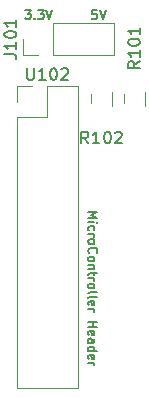
<source format=gbr>
G04 #@! TF.FileFunction,Legend,Top*
%FSLAX46Y46*%
G04 Gerber Fmt 4.6, Leading zero omitted, Abs format (unit mm)*
G04 Created by KiCad (PCBNEW 4.0.6-e0-6349~53~ubuntu14.04.1) date Sun Jun  4 18:24:11 2017*
%MOMM*%
%LPD*%
G01*
G04 APERTURE LIST*
%ADD10C,0.100000*%
%ADD11C,0.190500*%
%ADD12C,0.120000*%
%ADD13C,0.150000*%
%ADD14C,3.600000*%
%ADD15R,2.100000X2.100000*%
%ADD16O,2.100000X2.100000*%
%ADD17R,1.700000X1.900000*%
%ADD18C,2.101800*%
G04 APERTURE END LIST*
D10*
D11*
X145451286Y-85761285D02*
X146213286Y-85761285D01*
X145669000Y-86015285D01*
X146213286Y-86269285D01*
X145451286Y-86269285D01*
X145451286Y-86632142D02*
X145959286Y-86632142D01*
X146213286Y-86632142D02*
X146177000Y-86595856D01*
X146140714Y-86632142D01*
X146177000Y-86668427D01*
X146213286Y-86632142D01*
X146140714Y-86632142D01*
X145487571Y-87321570D02*
X145451286Y-87248999D01*
X145451286Y-87103856D01*
X145487571Y-87031284D01*
X145523857Y-86994999D01*
X145596429Y-86958713D01*
X145814143Y-86958713D01*
X145886714Y-86994999D01*
X145923000Y-87031284D01*
X145959286Y-87103856D01*
X145959286Y-87248999D01*
X145923000Y-87321570D01*
X145451286Y-87648142D02*
X145959286Y-87648142D01*
X145814143Y-87648142D02*
X145886714Y-87684427D01*
X145923000Y-87720713D01*
X145959286Y-87793284D01*
X145959286Y-87865856D01*
X145451286Y-88228713D02*
X145487571Y-88156141D01*
X145523857Y-88119856D01*
X145596429Y-88083570D01*
X145814143Y-88083570D01*
X145886714Y-88119856D01*
X145923000Y-88156141D01*
X145959286Y-88228713D01*
X145959286Y-88337570D01*
X145923000Y-88410141D01*
X145886714Y-88446427D01*
X145814143Y-88482713D01*
X145596429Y-88482713D01*
X145523857Y-88446427D01*
X145487571Y-88410141D01*
X145451286Y-88337570D01*
X145451286Y-88228713D01*
X145523857Y-89244713D02*
X145487571Y-89208427D01*
X145451286Y-89099570D01*
X145451286Y-89026999D01*
X145487571Y-88918142D01*
X145560143Y-88845570D01*
X145632714Y-88809285D01*
X145777857Y-88772999D01*
X145886714Y-88772999D01*
X146031857Y-88809285D01*
X146104429Y-88845570D01*
X146177000Y-88918142D01*
X146213286Y-89026999D01*
X146213286Y-89099570D01*
X146177000Y-89208427D01*
X146140714Y-89244713D01*
X145451286Y-89680142D02*
X145487571Y-89607570D01*
X145523857Y-89571285D01*
X145596429Y-89534999D01*
X145814143Y-89534999D01*
X145886714Y-89571285D01*
X145923000Y-89607570D01*
X145959286Y-89680142D01*
X145959286Y-89788999D01*
X145923000Y-89861570D01*
X145886714Y-89897856D01*
X145814143Y-89934142D01*
X145596429Y-89934142D01*
X145523857Y-89897856D01*
X145487571Y-89861570D01*
X145451286Y-89788999D01*
X145451286Y-89680142D01*
X145959286Y-90260714D02*
X145451286Y-90260714D01*
X145886714Y-90260714D02*
X145923000Y-90296999D01*
X145959286Y-90369571D01*
X145959286Y-90478428D01*
X145923000Y-90550999D01*
X145850429Y-90587285D01*
X145451286Y-90587285D01*
X145959286Y-90841285D02*
X145959286Y-91131571D01*
X146213286Y-90950143D02*
X145560143Y-90950143D01*
X145487571Y-90986428D01*
X145451286Y-91059000D01*
X145451286Y-91131571D01*
X145451286Y-91385572D02*
X145959286Y-91385572D01*
X145814143Y-91385572D02*
X145886714Y-91421857D01*
X145923000Y-91458143D01*
X145959286Y-91530714D01*
X145959286Y-91603286D01*
X145451286Y-91966143D02*
X145487571Y-91893571D01*
X145523857Y-91857286D01*
X145596429Y-91821000D01*
X145814143Y-91821000D01*
X145886714Y-91857286D01*
X145923000Y-91893571D01*
X145959286Y-91966143D01*
X145959286Y-92075000D01*
X145923000Y-92147571D01*
X145886714Y-92183857D01*
X145814143Y-92220143D01*
X145596429Y-92220143D01*
X145523857Y-92183857D01*
X145487571Y-92147571D01*
X145451286Y-92075000D01*
X145451286Y-91966143D01*
X145451286Y-92655572D02*
X145487571Y-92583000D01*
X145560143Y-92546715D01*
X146213286Y-92546715D01*
X145451286Y-93054715D02*
X145487571Y-92982143D01*
X145560143Y-92945858D01*
X146213286Y-92945858D01*
X145487571Y-93635286D02*
X145451286Y-93562715D01*
X145451286Y-93417572D01*
X145487571Y-93345001D01*
X145560143Y-93308715D01*
X145850429Y-93308715D01*
X145923000Y-93345001D01*
X145959286Y-93417572D01*
X145959286Y-93562715D01*
X145923000Y-93635286D01*
X145850429Y-93671572D01*
X145777857Y-93671572D01*
X145705286Y-93308715D01*
X145451286Y-93998144D02*
X145959286Y-93998144D01*
X145814143Y-93998144D02*
X145886714Y-94034429D01*
X145923000Y-94070715D01*
X145959286Y-94143286D01*
X145959286Y-94215858D01*
X145451286Y-95050429D02*
X146213286Y-95050429D01*
X145850429Y-95050429D02*
X145850429Y-95485857D01*
X145451286Y-95485857D02*
X146213286Y-95485857D01*
X145487571Y-96139000D02*
X145451286Y-96066429D01*
X145451286Y-95921286D01*
X145487571Y-95848715D01*
X145560143Y-95812429D01*
X145850429Y-95812429D01*
X145923000Y-95848715D01*
X145959286Y-95921286D01*
X145959286Y-96066429D01*
X145923000Y-96139000D01*
X145850429Y-96175286D01*
X145777857Y-96175286D01*
X145705286Y-95812429D01*
X145451286Y-96828429D02*
X145850429Y-96828429D01*
X145923000Y-96792143D01*
X145959286Y-96719572D01*
X145959286Y-96574429D01*
X145923000Y-96501858D01*
X145487571Y-96828429D02*
X145451286Y-96755858D01*
X145451286Y-96574429D01*
X145487571Y-96501858D01*
X145560143Y-96465572D01*
X145632714Y-96465572D01*
X145705286Y-96501858D01*
X145741571Y-96574429D01*
X145741571Y-96755858D01*
X145777857Y-96828429D01*
X145451286Y-97517858D02*
X146213286Y-97517858D01*
X145487571Y-97517858D02*
X145451286Y-97445287D01*
X145451286Y-97300144D01*
X145487571Y-97227572D01*
X145523857Y-97191287D01*
X145596429Y-97155001D01*
X145814143Y-97155001D01*
X145886714Y-97191287D01*
X145923000Y-97227572D01*
X145959286Y-97300144D01*
X145959286Y-97445287D01*
X145923000Y-97517858D01*
X145487571Y-98171001D02*
X145451286Y-98098430D01*
X145451286Y-97953287D01*
X145487571Y-97880716D01*
X145560143Y-97844430D01*
X145850429Y-97844430D01*
X145923000Y-97880716D01*
X145959286Y-97953287D01*
X145959286Y-98098430D01*
X145923000Y-98171001D01*
X145850429Y-98207287D01*
X145777857Y-98207287D01*
X145705286Y-97844430D01*
X145451286Y-98533859D02*
X145959286Y-98533859D01*
X145814143Y-98533859D02*
X145886714Y-98570144D01*
X145923000Y-98606430D01*
X145959286Y-98679001D01*
X145959286Y-98751573D01*
X140099143Y-68670714D02*
X140570857Y-68670714D01*
X140316857Y-68961000D01*
X140425715Y-68961000D01*
X140498286Y-68997286D01*
X140534572Y-69033571D01*
X140570857Y-69106143D01*
X140570857Y-69287571D01*
X140534572Y-69360143D01*
X140498286Y-69396429D01*
X140425715Y-69432714D01*
X140208000Y-69432714D01*
X140135429Y-69396429D01*
X140099143Y-69360143D01*
X140897429Y-69360143D02*
X140933714Y-69396429D01*
X140897429Y-69432714D01*
X140861143Y-69396429D01*
X140897429Y-69360143D01*
X140897429Y-69432714D01*
X141187714Y-68670714D02*
X141659428Y-68670714D01*
X141405428Y-68961000D01*
X141514286Y-68961000D01*
X141586857Y-68997286D01*
X141623143Y-69033571D01*
X141659428Y-69106143D01*
X141659428Y-69287571D01*
X141623143Y-69360143D01*
X141586857Y-69396429D01*
X141514286Y-69432714D01*
X141296571Y-69432714D01*
X141224000Y-69396429D01*
X141187714Y-69360143D01*
X141877142Y-68670714D02*
X142131142Y-69432714D01*
X142385142Y-68670714D01*
X146158858Y-68670714D02*
X145796001Y-68670714D01*
X145759715Y-69033571D01*
X145796001Y-68997286D01*
X145868572Y-68961000D01*
X146050001Y-68961000D01*
X146122572Y-68997286D01*
X146158858Y-69033571D01*
X146195143Y-69106143D01*
X146195143Y-69287571D01*
X146158858Y-69360143D01*
X146122572Y-69396429D01*
X146050001Y-69432714D01*
X145868572Y-69432714D01*
X145796001Y-69396429D01*
X145759715Y-69360143D01*
X146412857Y-68670714D02*
X146666857Y-69432714D01*
X146920857Y-68670714D01*
D12*
X142494000Y-72450000D02*
X147634000Y-72450000D01*
X147634000Y-72450000D02*
X147634000Y-69790000D01*
X147634000Y-69790000D02*
X142494000Y-69790000D01*
X142494000Y-69790000D02*
X142494000Y-72450000D01*
X141224000Y-72450000D02*
X139894000Y-72450000D01*
X139894000Y-72450000D02*
X139894000Y-71120000D01*
X150232000Y-75600000D02*
X150232000Y-76800000D01*
X148472000Y-76800000D02*
X148472000Y-75600000D01*
X145678000Y-76800000D02*
X145678000Y-75600000D01*
X147438000Y-75600000D02*
X147438000Y-76800000D01*
X139386000Y-77724000D02*
X139386000Y-100644000D01*
X139386000Y-100644000D02*
X144586000Y-100644000D01*
X144586000Y-100644000D02*
X144586000Y-75124000D01*
X144586000Y-75124000D02*
X141986000Y-75124000D01*
X141986000Y-75124000D02*
X141986000Y-77724000D01*
X141986000Y-77724000D02*
X139386000Y-77724000D01*
X139386000Y-76454000D02*
X139386000Y-75124000D01*
X139386000Y-75124000D02*
X140716000Y-75124000D01*
D13*
X138346381Y-72405714D02*
X139060667Y-72405714D01*
X139203524Y-72453334D01*
X139298762Y-72548572D01*
X139346381Y-72691429D01*
X139346381Y-72786667D01*
X139346381Y-71405714D02*
X139346381Y-71977143D01*
X139346381Y-71691429D02*
X138346381Y-71691429D01*
X138489238Y-71786667D01*
X138584476Y-71881905D01*
X138632095Y-71977143D01*
X138346381Y-70786667D02*
X138346381Y-70691428D01*
X138394000Y-70596190D01*
X138441619Y-70548571D01*
X138536857Y-70500952D01*
X138727333Y-70453333D01*
X138965429Y-70453333D01*
X139155905Y-70500952D01*
X139251143Y-70548571D01*
X139298762Y-70596190D01*
X139346381Y-70691428D01*
X139346381Y-70786667D01*
X139298762Y-70881905D01*
X139251143Y-70929524D01*
X139155905Y-70977143D01*
X138965429Y-71024762D01*
X138727333Y-71024762D01*
X138536857Y-70977143D01*
X138441619Y-70929524D01*
X138394000Y-70881905D01*
X138346381Y-70786667D01*
X139346381Y-69500952D02*
X139346381Y-70072381D01*
X139346381Y-69786667D02*
X138346381Y-69786667D01*
X138489238Y-69881905D01*
X138584476Y-69977143D01*
X138632095Y-70072381D01*
X149804381Y-73001047D02*
X149328190Y-73334381D01*
X149804381Y-73572476D02*
X148804381Y-73572476D01*
X148804381Y-73191523D01*
X148852000Y-73096285D01*
X148899619Y-73048666D01*
X148994857Y-73001047D01*
X149137714Y-73001047D01*
X149232952Y-73048666D01*
X149280571Y-73096285D01*
X149328190Y-73191523D01*
X149328190Y-73572476D01*
X149804381Y-72048666D02*
X149804381Y-72620095D01*
X149804381Y-72334381D02*
X148804381Y-72334381D01*
X148947238Y-72429619D01*
X149042476Y-72524857D01*
X149090095Y-72620095D01*
X148804381Y-71429619D02*
X148804381Y-71334380D01*
X148852000Y-71239142D01*
X148899619Y-71191523D01*
X148994857Y-71143904D01*
X149185333Y-71096285D01*
X149423429Y-71096285D01*
X149613905Y-71143904D01*
X149709143Y-71191523D01*
X149756762Y-71239142D01*
X149804381Y-71334380D01*
X149804381Y-71429619D01*
X149756762Y-71524857D01*
X149709143Y-71572476D01*
X149613905Y-71620095D01*
X149423429Y-71667714D01*
X149185333Y-71667714D01*
X148994857Y-71620095D01*
X148899619Y-71572476D01*
X148852000Y-71524857D01*
X148804381Y-71429619D01*
X149804381Y-70143904D02*
X149804381Y-70715333D01*
X149804381Y-70429619D02*
X148804381Y-70429619D01*
X148947238Y-70524857D01*
X149042476Y-70620095D01*
X149090095Y-70715333D01*
X145438953Y-79954381D02*
X145105619Y-79478190D01*
X144867524Y-79954381D02*
X144867524Y-78954381D01*
X145248477Y-78954381D01*
X145343715Y-79002000D01*
X145391334Y-79049619D01*
X145438953Y-79144857D01*
X145438953Y-79287714D01*
X145391334Y-79382952D01*
X145343715Y-79430571D01*
X145248477Y-79478190D01*
X144867524Y-79478190D01*
X146391334Y-79954381D02*
X145819905Y-79954381D01*
X146105619Y-79954381D02*
X146105619Y-78954381D01*
X146010381Y-79097238D01*
X145915143Y-79192476D01*
X145819905Y-79240095D01*
X147010381Y-78954381D02*
X147105620Y-78954381D01*
X147200858Y-79002000D01*
X147248477Y-79049619D01*
X147296096Y-79144857D01*
X147343715Y-79335333D01*
X147343715Y-79573429D01*
X147296096Y-79763905D01*
X147248477Y-79859143D01*
X147200858Y-79906762D01*
X147105620Y-79954381D01*
X147010381Y-79954381D01*
X146915143Y-79906762D01*
X146867524Y-79859143D01*
X146819905Y-79763905D01*
X146772286Y-79573429D01*
X146772286Y-79335333D01*
X146819905Y-79144857D01*
X146867524Y-79049619D01*
X146915143Y-79002000D01*
X147010381Y-78954381D01*
X147724667Y-79049619D02*
X147772286Y-79002000D01*
X147867524Y-78954381D01*
X148105620Y-78954381D01*
X148200858Y-79002000D01*
X148248477Y-79049619D01*
X148296096Y-79144857D01*
X148296096Y-79240095D01*
X148248477Y-79382952D01*
X147677048Y-79954381D01*
X148296096Y-79954381D01*
X140271714Y-73576381D02*
X140271714Y-74385905D01*
X140319333Y-74481143D01*
X140366952Y-74528762D01*
X140462190Y-74576381D01*
X140652667Y-74576381D01*
X140747905Y-74528762D01*
X140795524Y-74481143D01*
X140843143Y-74385905D01*
X140843143Y-73576381D01*
X141843143Y-74576381D02*
X141271714Y-74576381D01*
X141557428Y-74576381D02*
X141557428Y-73576381D01*
X141462190Y-73719238D01*
X141366952Y-73814476D01*
X141271714Y-73862095D01*
X142462190Y-73576381D02*
X142557429Y-73576381D01*
X142652667Y-73624000D01*
X142700286Y-73671619D01*
X142747905Y-73766857D01*
X142795524Y-73957333D01*
X142795524Y-74195429D01*
X142747905Y-74385905D01*
X142700286Y-74481143D01*
X142652667Y-74528762D01*
X142557429Y-74576381D01*
X142462190Y-74576381D01*
X142366952Y-74528762D01*
X142319333Y-74481143D01*
X142271714Y-74385905D01*
X142224095Y-74195429D01*
X142224095Y-73957333D01*
X142271714Y-73766857D01*
X142319333Y-73671619D01*
X142366952Y-73624000D01*
X142462190Y-73576381D01*
X143176476Y-73671619D02*
X143224095Y-73624000D01*
X143319333Y-73576381D01*
X143557429Y-73576381D01*
X143652667Y-73624000D01*
X143700286Y-73671619D01*
X143747905Y-73766857D01*
X143747905Y-73862095D01*
X143700286Y-74004952D01*
X143128857Y-74576381D01*
X143747905Y-74576381D01*
%LPC*%
D14*
X155702000Y-106680000D03*
X132588000Y-106680000D03*
X132588000Y-66040000D03*
D15*
X141224000Y-71120000D03*
D16*
X143764000Y-71120000D03*
X146304000Y-71120000D03*
D17*
X149352000Y-77550000D03*
X149352000Y-74850000D03*
X146558000Y-74850000D03*
X146558000Y-77550000D03*
D14*
X155702000Y-66040000D03*
D15*
X140716000Y-76454000D03*
D16*
X140716000Y-78994000D03*
X143256000Y-78994000D03*
X140716000Y-81534000D03*
X143256000Y-81534000D03*
X140716000Y-84074000D03*
X143256000Y-84074000D03*
X143256000Y-86614000D03*
X143256000Y-89154000D03*
X140716000Y-91694000D03*
X143256000Y-91694000D03*
X140716000Y-94234000D03*
X143256000Y-94234000D03*
X140716000Y-96774000D03*
X143256000Y-96774000D03*
X140716000Y-99314000D03*
D18*
X151638000Y-72390000D03*
X151638000Y-74930000D03*
X151638000Y-77470000D03*
X151638000Y-80010000D03*
X151638000Y-82550000D03*
X151638000Y-85090000D03*
X151638000Y-87630000D03*
X151638000Y-90170000D03*
X151638000Y-92710000D03*
X151638000Y-95250000D03*
X151638000Y-97790000D03*
X151638000Y-100330000D03*
X151638000Y-102870000D03*
X136398000Y-102870000D03*
X136398000Y-100330000D03*
X136398000Y-97790000D03*
X136398000Y-95250000D03*
X136398000Y-92710000D03*
X136398000Y-90170000D03*
X136398000Y-87630000D03*
X136398000Y-85090000D03*
X136398000Y-82550000D03*
X136398000Y-80010000D03*
X136398000Y-77470000D03*
X136398000Y-74930000D03*
X136398000Y-72390000D03*
X136398000Y-69850000D03*
X151638000Y-69850000D03*
X149098000Y-102870000D03*
X146558000Y-102870000D03*
X144018000Y-102870000D03*
X141478000Y-102870000D03*
X138938000Y-102870000D03*
M02*

</source>
